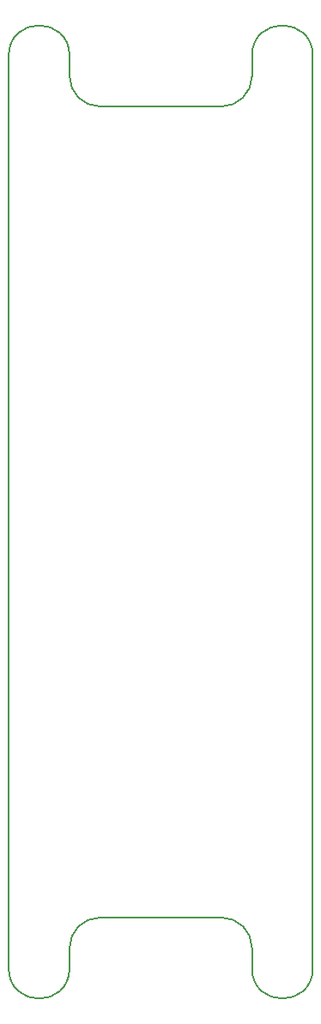
<source format=gbr>
%TF.GenerationSoftware,KiCad,Pcbnew,9.0.6*%
%TF.CreationDate,2025-12-05T19:32:35+03:00*%
%TF.ProjectId,PMLED-10,504d4c45-442d-4313-902e-6b696361645f,rev?*%
%TF.SameCoordinates,PX3ec0740PY6021600*%
%TF.FileFunction,Profile,NP*%
%FSLAX46Y46*%
G04 Gerber Fmt 4.6, Leading zero omitted, Abs format (unit mm)*
G04 Created by KiCad (PCBNEW 9.0.6) date 2025-12-05 19:32:35*
%MOMM*%
%LPD*%
G01*
G04 APERTURE LIST*
%TA.AperFunction,Profile*%
%ADD10C,0.200000*%
%TD*%
G04 APERTURE END LIST*
D10*
X14995708Y-45000000D02*
X14995708Y45000000D01*
X-15000000Y45000000D02*
G75*
G02*
X-9000000Y45000000I3000000J0D01*
G01*
X6000001Y-39999999D02*
G75*
G02*
X9000001Y-42999999I-1J-3000001D01*
G01*
X-9000000Y-45000000D02*
X-9000000Y-43000000D01*
X-15000000Y45000000D02*
X-15000000Y-45000000D01*
X-9000000Y-45000000D02*
G75*
G02*
X-15000000Y-45000000I-3000000J0D01*
G01*
X9000000Y43000000D02*
X9000000Y45000000D01*
X-9000000Y43000000D02*
X-9000000Y45000000D01*
X9000000Y-45000000D02*
X9000001Y-43000000D01*
X-6000000Y40000000D02*
G75*
G02*
X-9000000Y43000000I0J3000000D01*
G01*
X-6000000Y-40003066D02*
X6000000Y-39999999D01*
X-6000000Y40000000D02*
X6000000Y40000000D01*
X9000000Y45000000D02*
G75*
G02*
X15000000Y45000000I3000000J0D01*
G01*
X9000000Y43000000D02*
G75*
G02*
X6000000Y40000000I-3000000J0D01*
G01*
X-9000000Y-43000000D02*
G75*
G02*
X-6000000Y-40000000I3000000J0D01*
G01*
X15000000Y-45000000D02*
G75*
G02*
X9000000Y-45000000I-3000000J0D01*
G01*
M02*

</source>
